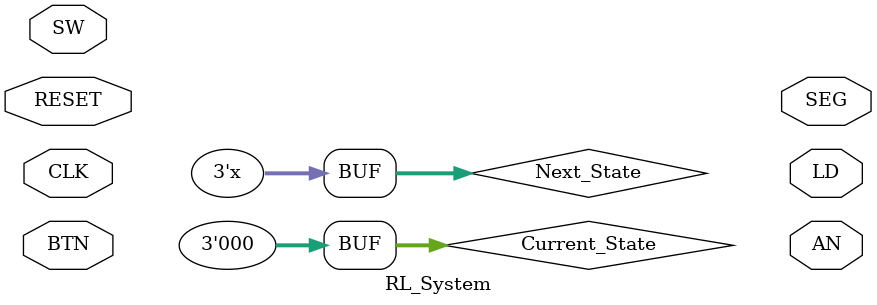
<source format=v>
`timescale 1ns / 1ps


module RL_System(
  input CLK,
  input [9:0] SW,
  input [2:0] BTN,
  //R£ºËäÈ» BTN & RESET ¶¼ÊÇÊ¹ÓÃ BUTTON ½øÐÐ¿ØÖÆ£¬µ«ÓÉÓÚ RESET µÄÌØÊâÐÔ£¬½«Æä¶ÀÁ¢³öÀ´ 
  input RESET,
  
  output [7:0] AN,
  output [7:0] SEG,
  output [15:0] LD
  );

  ////R£ºÓÃÓÚ½«Íâ²¿µçÆ½ÐÅºÅÓëÄÚ²¿¿É´¦ÀíÐÅºÅ½øÐÐÒëÂëñîºÏ¡¢·ÖÆµ¡¢¸¨Öú´¦ÀíµÄÄÚ²¿ÐÅºÅ

  ///R£ºÎª´¦Àí SW µçÆ½ÐÅºÅ£¬ÉèÖÃµÄÄÚ²¿ÐÅºÅ
  //R£º¶ÁÈ¡ SW µçÆ½ÐÅºÅºó´æ´¢ÔÚÄÚ²¿µÄ Code & Key
  reg [15:0] Code, Key;
  //R£ºÓÃ 0/1 Flag ±íÕ÷ SW µçÆ½ÐÅºÅÊÇ·ñ¸Ä±ä£¬0¡ª¡ª²»±ä£¬1¡ª¡ª¸Ä±ä
  reg Code_Change_Flag;
  //R£º¼ÇÂ¼ÒÑ¾­ÊäÈëµÄ Code bit
  reg [2:0] Code_Bit;

  ///R£ºÎª´¦Àí BTN µçÆ½ÐÅºÅ£¬ÉèÖÃµÄÒ»×éÄÚ²¿ÐÅºÅ
  //R£ºÓÃ 0/1 Flag ±íÕ÷ BTN µçÆ½ÐÅºÅÊÇ·ñ¸Ä±ä£¬0¡ª¡ª²»±ä£¬1¡ª¡ª¸Ä±ä
  reg BTN_Change_Flag;
  //R£ºÓÃ Which ±íÕ÷¾ßÌåÄÄÒ»¸ö BTN ±»´¥·¢£¬×¢Òâ RESET ÒÑ¾­±»·ÖÁ¢³öÈ¥£¬ÓÐÈýÖÖÇé¿ö£¬Ê®½øÖÆ±íÊ¾
  //R£º¶ÔÓ¦¹ØÏµ¡ª¡ª¡ª¡ª ADMIN¡ª¡ªBTN[0]£¬OK¡ª¡ªBTN[1]£¬BACKSPACE¡ª¡ªBTN[2]£¬
  reg [1:0] Which_BTN_Change;
  parameter BTN_ADMIN = 4'd0;
  parameter BTN_OK = 4'd1;
  parameter BTN_BACKSPACE = 4'd2;
  
  ///R£ºÓÃÓÚ¸¨Öú´¦ÀíµÄÄÚ²¿ÐÅºÅ
  //R£º¶þÖµÂß¼­£¬ 0/1 Flag ±íÕ÷ÃÜÂëÆ¥ÅäÊÇ·ñÕýÈ·
  reg Correct_Flag;
  //R£ºÊ®½øÖÆÐÅºÅ£¬ÓÃÓÚ´íÎó´ÎÊýµÄÍ³¼Æ£¬¿ÉÒÔÓÐ 1/2/3 ÈýÖÖÈ¡ÖµÇé¿ö
  reg [1:0] Rrror_Time;
  //R£ºÓÃÓÚ·ÖÆµºó²úÉúÐÂµÄÊ±ÖÓÐÅºÅ£¬ÖÜÆÚ 1ms¡£
  reg [4:0] M_Clock;
  
  
  //R£º×´Ì¬¼Ä´æ
  reg [2:0] Current_State;
  reg [2:0] Next_State;
  
  //R£º×´Ì¬ÉùÃ÷
  parameter WAIT = 3'b000;
  parameter INPUT = 3'b001;
  parameter UNLOCK = 3'b010;
  parameter ERROR = 3'b011;
  parameter ALARM = 3'b100;

  //R:×´Ì¬¼Ä´æ & ×ª»»Âß¼­
  always @ (posedge CLK or posedge RESET)
  begin 
    if(RESET == 1)
      Current_State <= WAIT;
    else
    Current_State <= Next_State;
  end

  //R£º´ÎÌ¬Âß¼­,¸´Î»ÒÑ¾­ÔÚ´ÎÌ¬Âß¼­ÖÐÐ´µô£¬´Ë´¦ÒÑ¾­ÎÞÐèÔÙ¿¼ÂÇ
  always @ (Current_State or Code_Change_Flag or BTN_Change_Flag)
  begin
    case(Current_State)
      WAIT:
      begin
        if(Code_Change_Flag) Next_State = INPUT;
        else Next_State = WAIT;
      end
      INPUT:
      begin

      end
      ERROR:
      begin

      end
      UNLOCK:
      begin

      end
      ALARM:
      begin

      end
      default:
        Current_State = WAIT;
    endcase
  end
endmodule

</source>
